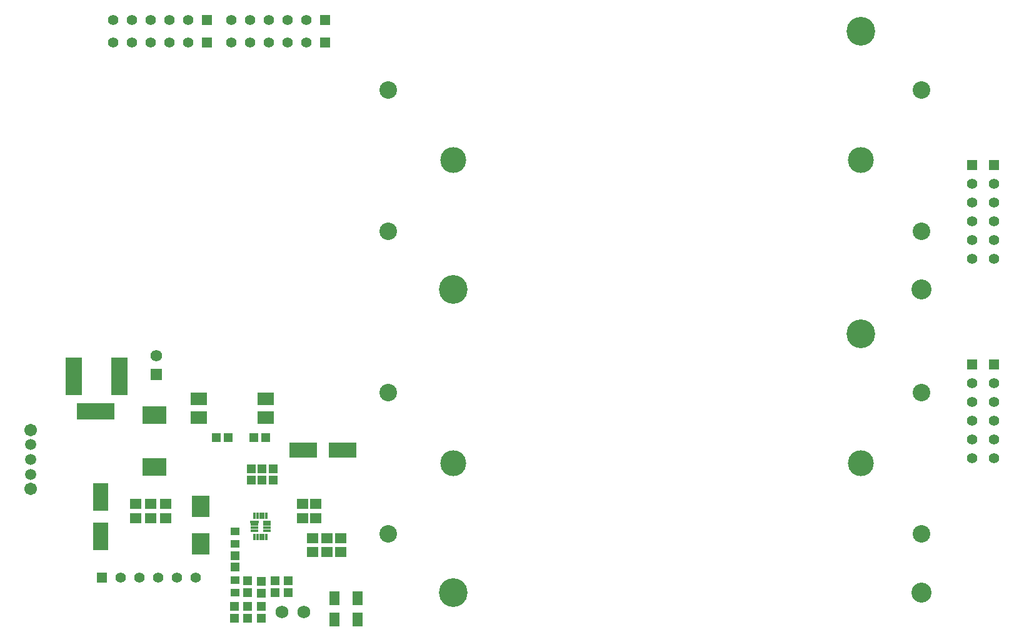
<source format=gts>
G04*
G04 #@! TF.GenerationSoftware,Altium Limited,Altium Designer,24.5.2 (23)*
G04*
G04 Layer_Color=8388736*
%FSLAX44Y44*%
%MOMM*%
G71*
G04*
G04 #@! TF.SameCoordinates,7688A6CE-4724-4EBB-A06F-6B4FEE905E02*
G04*
G04*
G04 #@! TF.FilePolarity,Negative*
G04*
G01*
G75*
%ADD31R,1.2032X1.1032*%
%ADD32R,1.3532X1.9032*%
%ADD33R,1.2232X1.1432*%
%ADD34R,1.5032X1.4032*%
%ADD35R,3.7032X2.0532*%
%ADD36R,2.3032X1.7032*%
%ADD37R,0.4032X0.9032*%
%ADD38R,1.1032X0.4032*%
%ADD39R,1.2032X0.4032*%
%ADD40R,1.1432X1.2232*%
%ADD41R,2.4032X2.9032*%
%ADD42R,3.3032X2.4032*%
%ADD43R,2.0532X3.7032*%
%ADD44C,1.7032*%
%ADD45C,1.5032*%
%ADD46C,1.7272*%
%ADD47R,1.4232X1.4232*%
%ADD48C,1.4232*%
%ADD49C,1.5732*%
%ADD50R,1.5732X1.5732*%
%ADD51R,2.2032X5.2032*%
%ADD52R,5.2032X2.2032*%
%ADD53R,1.4232X1.4232*%
%ADD54C,3.5132*%
%ADD55C,2.7132*%
%ADD56C,3.8832*%
%ADD57C,2.3782*%
D31*
X302000Y137500D02*
D03*
Y120500D02*
D03*
X301773Y71400D02*
D03*
Y54400D02*
D03*
D32*
X467750Y47000D02*
D03*
X436250D02*
D03*
X467750Y18000D02*
D03*
X436250D02*
D03*
D33*
X373676Y70800D02*
D03*
Y55000D02*
D03*
X319129Y20247D02*
D03*
Y36047D02*
D03*
Y55000D02*
D03*
Y70800D02*
D03*
X323648Y222453D02*
D03*
Y206653D02*
D03*
X337564Y69697D02*
D03*
Y53897D02*
D03*
X353485Y222453D02*
D03*
Y206653D02*
D03*
X338517Y222453D02*
D03*
Y206653D02*
D03*
X355943Y54600D02*
D03*
Y70400D02*
D03*
X337564Y36047D02*
D03*
Y20247D02*
D03*
X301048Y20247D02*
D03*
Y36047D02*
D03*
X302000Y104900D02*
D03*
Y89100D02*
D03*
D34*
X411152Y155500D02*
D03*
Y174500D02*
D03*
X187500Y155500D02*
D03*
Y174500D02*
D03*
X393298Y174500D02*
D03*
Y155500D02*
D03*
X445147Y109500D02*
D03*
Y128500D02*
D03*
X426107Y109500D02*
D03*
Y128500D02*
D03*
X407000Y109500D02*
D03*
Y128500D02*
D03*
X207500Y155500D02*
D03*
Y174500D02*
D03*
X167500Y155500D02*
D03*
Y174500D02*
D03*
D35*
X447500Y248000D02*
D03*
X394500D02*
D03*
D36*
X343500Y317500D02*
D03*
Y292100D02*
D03*
X252500D02*
D03*
Y317500D02*
D03*
D37*
X328148Y159053D02*
D03*
X332148D02*
D03*
X336148D02*
D03*
X340148D02*
D03*
X344148D02*
D03*
Y130053D02*
D03*
X340148D02*
D03*
X336148D02*
D03*
X332148D02*
D03*
X328148D02*
D03*
D38*
X344648Y150553D02*
D03*
Y146553D02*
D03*
Y142553D02*
D03*
Y138553D02*
D03*
X327648D02*
D03*
Y142553D02*
D03*
Y146553D02*
D03*
D39*
X328148Y150553D02*
D03*
D40*
X292500Y265000D02*
D03*
X276700D02*
D03*
X342900D02*
D03*
X327100D02*
D03*
D41*
X255008Y171557D02*
D03*
Y120557D02*
D03*
D42*
X192500Y225000D02*
D03*
Y295000D02*
D03*
D43*
X120000Y184000D02*
D03*
Y131000D02*
D03*
D44*
X25000Y195000D02*
D03*
Y275000D02*
D03*
D45*
Y215000D02*
D03*
Y235000D02*
D03*
Y255000D02*
D03*
D46*
X395000Y28000D02*
D03*
X365000D02*
D03*
D47*
X121500Y75000D02*
D03*
X423500Y830000D02*
D03*
Y800000D02*
D03*
X263500Y800000D02*
D03*
Y830000D02*
D03*
D48*
X146900Y75000D02*
D03*
X172300D02*
D03*
X197700D02*
D03*
X223100D02*
D03*
X248500D02*
D03*
X398100Y830000D02*
D03*
X372700D02*
D03*
X347300D02*
D03*
X321900D02*
D03*
X296500D02*
D03*
X398100Y800000D02*
D03*
X372700D02*
D03*
X347300D02*
D03*
X321900D02*
D03*
X296500D02*
D03*
X238100Y800000D02*
D03*
X212700D02*
D03*
X187300D02*
D03*
X161900D02*
D03*
X136500D02*
D03*
X238100Y830000D02*
D03*
X212700D02*
D03*
X187300D02*
D03*
X161900D02*
D03*
X136500D02*
D03*
X1330000Y608100D02*
D03*
Y582700D02*
D03*
Y557300D02*
D03*
Y531900D02*
D03*
Y506500D02*
D03*
X1300000Y608100D02*
D03*
Y582700D02*
D03*
Y557300D02*
D03*
Y531900D02*
D03*
Y506500D02*
D03*
X1330000Y338100D02*
D03*
Y312700D02*
D03*
Y287300D02*
D03*
Y261900D02*
D03*
Y236500D02*
D03*
X1300000Y338100D02*
D03*
Y312700D02*
D03*
Y287300D02*
D03*
Y261900D02*
D03*
Y236500D02*
D03*
D49*
X195000Y375200D02*
D03*
D50*
Y349800D02*
D03*
D51*
X145000Y347500D02*
D03*
X83000D02*
D03*
D52*
X113000Y300500D02*
D03*
D53*
X1330000Y633500D02*
D03*
X1300000D02*
D03*
X1330000Y363500D02*
D03*
X1300000D02*
D03*
D54*
X1148900Y640150D02*
D03*
X596900D02*
D03*
X1148900Y230150D02*
D03*
X596900D02*
D03*
D55*
X1231100Y465000D02*
D03*
Y55000D02*
D03*
D56*
X596900Y465000D02*
D03*
X1148900Y815000D02*
D03*
X596900Y55000D02*
D03*
X1148900Y405000D02*
D03*
D57*
X1231100Y735650D02*
D03*
X508900D02*
D03*
Y544350D02*
D03*
X1231100D02*
D03*
Y325650D02*
D03*
X508900D02*
D03*
Y134350D02*
D03*
X1231100D02*
D03*
M02*

</source>
